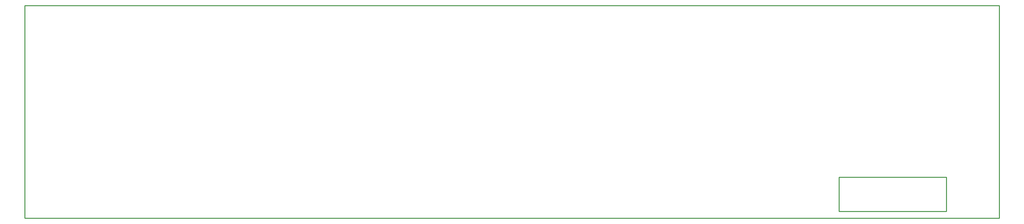
<source format=gko>
G04 Layer: BoardOutlineLayer*
G04 EasyEDA v6.5.32, 2023-07-25 14:04:49*
G04 83b8108bbb2141419d28d1856ce8099d,5a6b42c53f6a479593ecc07194224c93,10*
G04 Gerber Generator version 0.2*
G04 Scale: 100 percent, Rotated: No, Reflected: No *
G04 Dimensions in millimeters *
G04 leading zeros omitted , absolute positions ,4 integer and 5 decimal *
%FSLAX45Y45*%
%MOMM*%

%ADD10C,0.2540*%
D10*
X635000Y20955000D02*
G01*
X27305000Y20955000D01*
X27305000Y15113000D01*
X635000Y15113000D01*
X635000Y20955000D01*
X22917150Y16243300D02*
G01*
X22917150Y15303500D01*
X22917150Y15303500D02*
G01*
X25850850Y15303500D01*
X25850850Y15303500D02*
G01*
X25850850Y16243300D01*
X25850850Y16243300D02*
G01*
X22917150Y16243300D01*

%LPD*%
M02*

</source>
